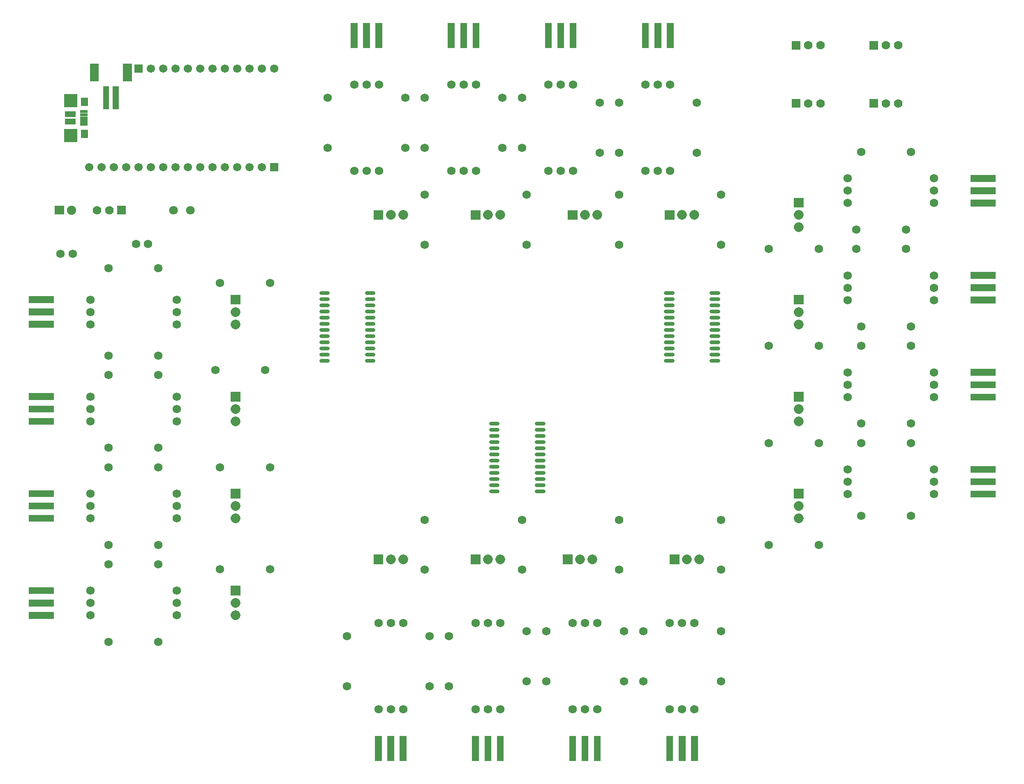
<source format=gts>
G04 Layer: TopSolderMaskLayer*
G04 EasyEDA v6.4.17, 2021-03-30T17:38:57--4:00*
G04 bfce05913f904539a0b1be1992e61c7c,10*
G04 Gerber Generator version 0.2*
G04 Scale: 100 percent, Rotated: No, Reflected: No *
G04 Dimensions in millimeters *
G04 leading zeros omitted , absolute positions ,4 integer and 5 decimal *
%FSLAX45Y45*%
%MOMM*%

%ADD38C,2.0032*%
%ADD39C,0.8032*%
%ADD46C,1.7018*%
%ADD51C,1.7272*%
%ADD53C,1.9032*%
%ADD54C,1.7780*%
%ADD56C,1.8032*%

%LPD*%
D38*
X-1245996Y-11500002D02*
G01*
X-1245996Y-11500002D01*
X-1499996Y-11500002D02*
G01*
X-1499996Y-11500002D01*
X-5245988Y-11500002D02*
G01*
X-5245988Y-11500002D01*
X-5499988Y-11500002D02*
G01*
X-5499988Y-11500002D01*
X-3245993Y-11500002D02*
G01*
X-3245993Y-11500002D01*
X-3499993Y-11500002D02*
G01*
X-3499993Y-11500002D01*
X-3245993Y-18599988D02*
G01*
X-3245993Y-18599988D01*
X-3499993Y-18599988D02*
G01*
X-3499993Y-18599988D01*
X753998Y-11500002D02*
G01*
X753998Y-11500002D01*
X499998Y-11500002D02*
G01*
X499998Y-11500002D01*
X-8700008Y-17753990D02*
G01*
X-8700008Y-17753990D01*
X-8700008Y-17499990D02*
G01*
X-8700008Y-17499990D01*
X2899994Y-17753990D02*
G01*
X2899994Y-17753990D01*
X2899994Y-17499990D02*
G01*
X2899994Y-17499990D01*
X-8700008Y-13753998D02*
G01*
X-8700008Y-13753998D01*
X-8700008Y-13499998D02*
G01*
X-8700008Y-13499998D01*
X853998Y-18599988D02*
G01*
X853998Y-18599988D01*
X599998Y-18599988D02*
G01*
X599998Y-18599988D01*
X-5245988Y-18599988D02*
G01*
X-5245988Y-18599988D01*
X-5499988Y-18599988D02*
G01*
X-5499988Y-18599988D01*
X2900019Y-13753998D02*
G01*
X2900019Y-13753998D01*
X2900019Y-13499998D02*
G01*
X2900019Y-13499998D01*
X-8699931Y-19753910D02*
G01*
X-8699931Y-19753910D01*
X-8699931Y-19499910D02*
G01*
X-8699931Y-19499910D01*
X-1345996Y-18599988D02*
G01*
X-1345996Y-18599988D01*
X-1599996Y-18599988D02*
G01*
X-1599996Y-18599988D01*
X2899994Y-15753994D02*
G01*
X2899994Y-15753994D01*
X2899994Y-15499994D02*
G01*
X2899994Y-15499994D01*
X2900019Y-11754002D02*
G01*
X2900019Y-11754002D01*
X2900019Y-11500002D02*
G01*
X2900019Y-11500002D01*
X-8699931Y-15753918D02*
G01*
X-8699931Y-15753918D01*
X-8699931Y-15499918D02*
G01*
X-8699931Y-15499918D01*
D39*
X1240000Y-13101497D02*
G01*
X1100000Y-13101497D01*
X1240000Y-13228497D02*
G01*
X1100000Y-13228497D01*
X1240000Y-13355497D02*
G01*
X1100000Y-13355497D01*
X1240000Y-13482497D02*
G01*
X1100000Y-13482497D01*
X1240000Y-13609497D02*
G01*
X1100000Y-13609497D01*
X1240000Y-13736497D02*
G01*
X1100000Y-13736497D01*
X1240000Y-13863497D02*
G01*
X1100000Y-13863497D01*
X1240000Y-13990497D02*
G01*
X1100000Y-13990497D01*
X1240000Y-14117497D02*
G01*
X1100000Y-14117497D01*
X1240000Y-14244497D02*
G01*
X1100000Y-14244497D01*
X1240000Y-14371497D02*
G01*
X1100000Y-14371497D01*
X1240000Y-14498497D02*
G01*
X1100000Y-14498497D01*
X299996Y-14498497D02*
G01*
X159997Y-14498497D01*
X299996Y-14371497D02*
G01*
X159997Y-14371497D01*
X299996Y-14244497D02*
G01*
X159997Y-14244497D01*
X299996Y-14117497D02*
G01*
X159997Y-14117497D01*
X299996Y-13990497D02*
G01*
X159997Y-13990497D01*
X299996Y-13863497D02*
G01*
X159997Y-13863497D01*
X299996Y-13736497D02*
G01*
X159997Y-13736497D01*
X299996Y-13609497D02*
G01*
X159997Y-13609497D01*
X299996Y-13482497D02*
G01*
X159997Y-13482497D01*
X299996Y-13355497D02*
G01*
X159997Y-13355497D01*
X299996Y-13228497D02*
G01*
X159997Y-13228497D01*
X299996Y-13101497D02*
G01*
X159997Y-13101497D01*
X-5859985Y-13101497D02*
G01*
X-5999985Y-13101497D01*
X-5859985Y-13228497D02*
G01*
X-5999985Y-13228497D01*
X-5859985Y-13355497D02*
G01*
X-5999985Y-13355497D01*
X-5859985Y-13482497D02*
G01*
X-5999985Y-13482497D01*
X-5859985Y-13609497D02*
G01*
X-5999985Y-13609497D01*
X-5859985Y-13736497D02*
G01*
X-5999985Y-13736497D01*
X-5859985Y-13863497D02*
G01*
X-5999985Y-13863497D01*
X-5859985Y-13990497D02*
G01*
X-5999985Y-13990497D01*
X-5859985Y-14117497D02*
G01*
X-5999985Y-14117497D01*
X-5859985Y-14244497D02*
G01*
X-5999985Y-14244497D01*
X-5859985Y-14371497D02*
G01*
X-5999985Y-14371497D01*
X-5859985Y-14498497D02*
G01*
X-5999985Y-14498497D01*
X-6799988Y-14498497D02*
G01*
X-6939988Y-14498497D01*
X-6799988Y-14371497D02*
G01*
X-6939988Y-14371497D01*
X-6799988Y-14244497D02*
G01*
X-6939988Y-14244497D01*
X-6799988Y-14117497D02*
G01*
X-6939988Y-14117497D01*
X-6799988Y-13990497D02*
G01*
X-6939988Y-13990497D01*
X-6799988Y-13863497D02*
G01*
X-6939988Y-13863497D01*
X-6799988Y-13736497D02*
G01*
X-6939988Y-13736497D01*
X-6799988Y-13609497D02*
G01*
X-6939988Y-13609497D01*
X-6799988Y-13482497D02*
G01*
X-6939988Y-13482497D01*
X-6799988Y-13355497D02*
G01*
X-6939988Y-13355497D01*
X-6799988Y-13228497D02*
G01*
X-6939988Y-13228497D01*
X-6799988Y-13101497D02*
G01*
X-6939988Y-13101497D01*
X-2359992Y-15801492D02*
G01*
X-2499992Y-15801492D01*
X-2359992Y-15928492D02*
G01*
X-2499992Y-15928492D01*
X-2359992Y-16055492D02*
G01*
X-2499992Y-16055492D01*
X-2359992Y-16182492D02*
G01*
X-2499992Y-16182492D01*
X-2359992Y-16309492D02*
G01*
X-2499992Y-16309492D01*
X-2359992Y-16436492D02*
G01*
X-2499992Y-16436492D01*
X-2359992Y-16563492D02*
G01*
X-2499992Y-16563492D01*
X-2359992Y-16690492D02*
G01*
X-2499992Y-16690492D01*
X-2359992Y-16817492D02*
G01*
X-2499992Y-16817492D01*
X-2359992Y-16944492D02*
G01*
X-2499992Y-16944492D01*
X-2359992Y-17071492D02*
G01*
X-2499992Y-17071492D01*
X-2359992Y-17198492D02*
G01*
X-2499992Y-17198492D01*
X-3299995Y-17198492D02*
G01*
X-3439995Y-17198492D01*
X-3299995Y-17071492D02*
G01*
X-3439995Y-17071492D01*
X-3299995Y-16944492D02*
G01*
X-3439995Y-16944492D01*
X-3299995Y-16817492D02*
G01*
X-3439995Y-16817492D01*
X-3299995Y-16690492D02*
G01*
X-3439995Y-16690492D01*
X-3299995Y-16563492D02*
G01*
X-3439995Y-16563492D01*
X-3299995Y-16436492D02*
G01*
X-3439995Y-16436492D01*
X-3299995Y-16309492D02*
G01*
X-3439995Y-16309492D01*
X-3299995Y-16182492D02*
G01*
X-3439995Y-16182492D01*
X-3299995Y-16055492D02*
G01*
X-3439995Y-16055492D01*
X-3299995Y-15928492D02*
G01*
X-3439995Y-15928492D01*
X-3299995Y-15801492D02*
G01*
X-3439995Y-15801492D01*
G36*
X-1854200Y-11600179D02*
G01*
X-1854200Y-11399774D01*
X-1653794Y-11399774D01*
X-1653794Y-11600179D01*
G37*
G36*
X-5854192Y-11600179D02*
G01*
X-5854192Y-11399774D01*
X-5653786Y-11399774D01*
X-5653786Y-11600179D01*
G37*
G36*
X-3854195Y-11600179D02*
G01*
X-3854195Y-11399774D01*
X-3653789Y-11399774D01*
X-3653789Y-11600179D01*
G37*
G36*
X-3854195Y-18700241D02*
G01*
X-3854195Y-18499836D01*
X-3653789Y-18499836D01*
X-3653789Y-18700241D01*
G37*
G36*
X145795Y-11600179D02*
G01*
X145795Y-11399774D01*
X346202Y-11399774D01*
X346202Y-11600179D01*
G37*
G36*
X-8800084Y-17346168D02*
G01*
X-8800084Y-17145761D01*
X-8599931Y-17145761D01*
X-8599931Y-17346168D01*
G37*
G36*
X-11898884Y-9400539D02*
G01*
X-11898884Y-9340342D01*
X-11743689Y-9340342D01*
X-11743689Y-9400539D01*
G37*
G36*
X-11898884Y-9464039D02*
G01*
X-11898884Y-9403842D01*
X-11743689Y-9403842D01*
X-11743689Y-9464039D01*
G37*
G36*
X-11898884Y-9530079D02*
G01*
X-11898884Y-9469881D01*
X-11743689Y-9469881D01*
X-11743689Y-9530079D01*
G37*
G36*
X-11898884Y-9596120D02*
G01*
X-11898884Y-9535921D01*
X-11743689Y-9535921D01*
X-11743689Y-9596120D01*
G37*
G36*
X-11898884Y-9659620D02*
G01*
X-11898884Y-9599421D01*
X-11743689Y-9599421D01*
X-11743689Y-9659620D01*
G37*
G36*
X-12210542Y-9484105D02*
G01*
X-12210542Y-9363710D01*
X-11990578Y-9363710D01*
X-11990578Y-9484105D01*
G37*
G36*
X-12210542Y-9636505D02*
G01*
X-12210542Y-9516110D01*
X-11990578Y-9516110D01*
X-11990578Y-9636505D01*
G37*
G36*
X-11424158Y-9323578D02*
G01*
X-11424158Y-8843263D01*
X-11303762Y-8843263D01*
X-11303762Y-9323578D01*
G37*
G36*
X-11226037Y-9323578D02*
G01*
X-11226037Y-8843263D01*
X-11105642Y-8843263D01*
X-11105642Y-9323578D01*
G37*
G36*
X-11695429Y-8742934D02*
G01*
X-11695429Y-8382508D01*
X-11515089Y-8382508D01*
X-11515089Y-8742934D01*
G37*
G36*
X-11014710Y-8742934D02*
G01*
X-11014710Y-8382508D01*
X-10834370Y-8382508D01*
X-10834370Y-8742934D01*
G37*
G36*
X-7984489Y-10601197D02*
G01*
X-7984489Y-10431018D01*
X-7814310Y-10431018D01*
X-7814310Y-10601197D01*
G37*
D46*
G01*
X-8153450Y-10516006D03*
G01*
X-8407450Y-10516006D03*
G01*
X-8661450Y-10516006D03*
G01*
X-8915450Y-10516006D03*
G01*
X-9169450Y-10516006D03*
G01*
X-9423450Y-10516006D03*
G01*
X-9677450Y-10516006D03*
G01*
X-9931450Y-10516006D03*
G01*
X-10185450Y-10516006D03*
G01*
X-10439450Y-10516006D03*
G01*
X-10693450Y-10516006D03*
G01*
X-10947450Y-10516006D03*
G01*
X-11201450Y-10516006D03*
G01*
X-11455450Y-10516006D03*
G01*
X-11709450Y-10516006D03*
G01*
X-7899450Y-8484006D03*
G01*
X-8153450Y-8484006D03*
G01*
X-8407450Y-8484006D03*
G01*
X-8661450Y-8484006D03*
G01*
X-8915450Y-8484006D03*
G01*
X-9169450Y-8484006D03*
G01*
X-9423450Y-8484006D03*
G01*
X-9677450Y-8484006D03*
G01*
X-9931450Y-8484006D03*
G01*
X-10185450Y-8484006D03*
G01*
X-10439450Y-8484006D03*
G36*
X-10778489Y-8569197D02*
G01*
X-10778489Y-8399018D01*
X-10608310Y-8399018D01*
X-10608310Y-8569197D01*
G37*
G36*
X-12225528Y-9995915D02*
G01*
X-12225528Y-9725660D01*
X-11955271Y-9725660D01*
X-11955271Y-9995915D01*
G37*
G36*
X-12225528Y-9274555D02*
G01*
X-12225528Y-9004300D01*
X-11955271Y-9004300D01*
X-11955271Y-9274555D01*
G37*
G36*
X-11881104Y-9251950D02*
G01*
X-11881104Y-9087612D01*
X-11740895Y-9087612D01*
X-11740895Y-9251950D01*
G37*
G36*
X-11881104Y-9912350D02*
G01*
X-11881104Y-9748012D01*
X-11740895Y-9748012D01*
X-11740895Y-9912350D01*
G37*
G36*
X-5825236Y-22760177D02*
G01*
X-5825236Y-22239731D01*
X-5684773Y-22239731D01*
X-5684773Y-22760177D01*
G37*
G36*
X-5315204Y-22760177D02*
G01*
X-5315204Y-22239731D01*
X-5174742Y-22239731D01*
X-5174742Y-22760177D01*
G37*
G36*
X-5570220Y-22760177D02*
G01*
X-5570220Y-22239731D01*
X-5429757Y-22239731D01*
X-5429757Y-22760177D01*
G37*
G36*
X-3815079Y-8060181D02*
G01*
X-3815079Y-7539736D01*
X-3674871Y-7539736D01*
X-3674871Y-8060181D01*
G37*
G36*
X-4325112Y-8060181D02*
G01*
X-4325112Y-7539736D01*
X-4184904Y-7539736D01*
X-4184904Y-8060181D01*
G37*
G36*
X-4070095Y-8060181D02*
G01*
X-4070095Y-7539736D01*
X-3929887Y-7539736D01*
X-3929887Y-8060181D01*
G37*
G36*
X-5815076Y-8060181D02*
G01*
X-5815076Y-7539736D01*
X-5674868Y-7539736D01*
X-5674868Y-8060181D01*
G37*
G36*
X-6325107Y-8060181D02*
G01*
X-6325107Y-7539736D01*
X-6184900Y-7539736D01*
X-6184900Y-8060181D01*
G37*
G36*
X-6070092Y-8060181D02*
G01*
X-6070092Y-7539736D01*
X-5929884Y-7539736D01*
X-5929884Y-8060181D01*
G37*
G36*
X6439915Y-17325086D02*
G01*
X6439915Y-17184877D01*
X6960108Y-17184877D01*
X6960108Y-17325086D01*
G37*
G36*
X6439915Y-16815054D02*
G01*
X6439915Y-16674845D01*
X6960108Y-16674845D01*
X6960108Y-16815054D01*
G37*
G36*
X6439915Y-17070070D02*
G01*
X6439915Y-16929862D01*
X6960108Y-16929862D01*
X6960108Y-17070070D01*
G37*
G36*
X6439915Y-15325089D02*
G01*
X6439915Y-15184881D01*
X6960108Y-15184881D01*
X6960108Y-15325089D01*
G37*
G36*
X6439915Y-14815057D02*
G01*
X6439915Y-14674850D01*
X6960108Y-14674850D01*
X6960108Y-14815057D01*
G37*
G36*
X6439915Y-15070074D02*
G01*
X6439915Y-14929866D01*
X6960108Y-14929866D01*
X6960108Y-15070074D01*
G37*
G36*
X6439915Y-13325094D02*
G01*
X6439915Y-13184886D01*
X6960108Y-13184886D01*
X6960108Y-13325094D01*
G37*
G36*
X6439915Y-12815062D02*
G01*
X6439915Y-12674854D01*
X6960108Y-12674854D01*
X6960108Y-12815062D01*
G37*
G36*
X6439915Y-13070078D02*
G01*
X6439915Y-12929870D01*
X6960108Y-12929870D01*
X6960108Y-13070078D01*
G37*
G36*
X6439915Y-11325097D02*
G01*
X6439915Y-11184889D01*
X6960108Y-11184889D01*
X6960108Y-11325097D01*
G37*
G36*
X6439915Y-10815065D02*
G01*
X6439915Y-10674858D01*
X6960108Y-10674858D01*
X6960108Y-10815065D01*
G37*
G36*
X6439915Y-11070081D02*
G01*
X6439915Y-10929874D01*
X6960108Y-10929874D01*
X6960108Y-11070081D01*
G37*
G36*
X-1815084Y-8060181D02*
G01*
X-1815084Y-7539736D01*
X-1674876Y-7539736D01*
X-1674876Y-8060181D01*
G37*
G36*
X-2325115Y-8060181D02*
G01*
X-2325115Y-7539736D01*
X-2184907Y-7539736D01*
X-2184907Y-8060181D01*
G37*
G36*
X-2070100Y-8060181D02*
G01*
X-2070100Y-7539736D01*
X-1929892Y-7539736D01*
X-1929892Y-8060181D01*
G37*
G36*
X2799841Y-17346168D02*
G01*
X2799841Y-17145761D01*
X3000247Y-17145761D01*
X3000247Y-17346168D01*
G37*
G36*
X-8800084Y-13346176D02*
G01*
X-8800084Y-13145770D01*
X-8599931Y-13145770D01*
X-8599931Y-13346176D01*
G37*
G36*
X245871Y-18700241D02*
G01*
X245871Y-18499836D01*
X446278Y-18499836D01*
X446278Y-18700241D01*
G37*
G36*
X-5854192Y-18700241D02*
G01*
X-5854192Y-18499836D01*
X-5653786Y-18499836D01*
X-5653786Y-18700241D01*
G37*
G36*
X2799841Y-13346176D02*
G01*
X2799841Y-13145770D01*
X3000247Y-13145770D01*
X3000247Y-13346176D01*
G37*
G36*
X-8800084Y-19346163D02*
G01*
X-8800084Y-19145758D01*
X-8599678Y-19145758D01*
X-8599678Y-19346163D01*
G37*
G36*
X-1954276Y-18700241D02*
G01*
X-1954276Y-18499836D01*
X-1753870Y-18499836D01*
X-1753870Y-18700241D01*
G37*
G36*
X2799841Y-15346171D02*
G01*
X2799841Y-15145766D01*
X3000247Y-15145766D01*
X3000247Y-15346171D01*
G37*
G36*
X2799841Y-11346179D02*
G01*
X2799841Y-11145774D01*
X3000247Y-11145774D01*
X3000247Y-11346179D01*
G37*
G36*
X-8800084Y-15346171D02*
G01*
X-8800084Y-15145766D01*
X-8599678Y-15145766D01*
X-8599678Y-15346171D01*
G37*
D51*
G01*
X-11689003Y-19246011D03*
G01*
X-11689003Y-19500011D03*
G01*
X-11689003Y-19754011D03*
G01*
X-9911003Y-19246011D03*
G01*
X-9911003Y-19500011D03*
G01*
X-9911003Y-19754011D03*
G01*
X-11689003Y-15245994D03*
G01*
X-11689003Y-15499994D03*
G01*
X-11689003Y-15753994D03*
G01*
X-9911003Y-15245994D03*
G01*
X-9911003Y-15499994D03*
G01*
X-9911003Y-15753994D03*
G01*
X-5754115Y-21689059D03*
G01*
X-5500115Y-21689059D03*
G01*
X-5246115Y-21689059D03*
G01*
X-5754115Y-19911059D03*
G01*
X-5500115Y-19911059D03*
G01*
X-5246115Y-19911059D03*
G01*
X254000Y-8811005D03*
G01*
X0Y-8811005D03*
G01*
X-254000Y-8811005D03*
G01*
X254000Y-10589005D03*
G01*
X0Y-10589005D03*
G01*
X-254000Y-10589005D03*
G01*
X-11689079Y-17246091D03*
G01*
X-11689079Y-17500091D03*
G01*
X-11689079Y-17754091D03*
G01*
X-9911079Y-17246091D03*
G01*
X-9911079Y-17500091D03*
G01*
X-9911079Y-17754091D03*
G01*
X-3754120Y-21689059D03*
G01*
X-3500120Y-21689059D03*
G01*
X-3246120Y-21689059D03*
G01*
X-3754120Y-19911059D03*
G01*
X-3500120Y-19911059D03*
G01*
X-3246120Y-19911059D03*
G01*
X-1754123Y-21689059D03*
G01*
X-1500123Y-21689059D03*
G01*
X-1246123Y-21689059D03*
G01*
X-1754123Y-19911059D03*
G01*
X-1500123Y-19911059D03*
G01*
X-1246123Y-19911059D03*
G01*
X5689091Y-17253966D03*
G01*
X5689091Y-16999966D03*
G01*
X5689091Y-16745966D03*
G01*
X3911091Y-17253966D03*
G01*
X3911091Y-16999966D03*
G01*
X3911091Y-16745966D03*
G01*
X-1745995Y-8811005D03*
G01*
X-1999995Y-8811005D03*
G01*
X-2253995Y-8811005D03*
G01*
X-1745995Y-10589005D03*
G01*
X-1999995Y-10589005D03*
G01*
X-2253995Y-10589005D03*
G01*
X5689091Y-11253978D03*
G01*
X5689091Y-10999978D03*
G01*
X5689091Y-10745978D03*
G01*
X3911091Y-11253978D03*
G01*
X3911091Y-10999978D03*
G01*
X3911091Y-10745978D03*
G01*
X5689091Y-15253970D03*
G01*
X5689091Y-14999970D03*
G01*
X5689091Y-14745970D03*
G01*
X3911091Y-15253970D03*
G01*
X3911091Y-14999970D03*
G01*
X3911091Y-14745970D03*
G01*
X-11689079Y-13246100D03*
G01*
X-11689079Y-13500100D03*
G01*
X-11689079Y-13754100D03*
G01*
X-9911079Y-13246100D03*
G01*
X-9911079Y-13500100D03*
G01*
X-9911079Y-13754100D03*
G01*
X5689091Y-13253974D03*
G01*
X5689091Y-12999974D03*
G01*
X5689091Y-12745974D03*
G01*
X3911091Y-13253974D03*
G01*
X3911091Y-12999974D03*
G01*
X3911091Y-12745974D03*
G01*
X-5745987Y-8811005D03*
G01*
X-5999987Y-8811005D03*
G01*
X-6253987Y-8811005D03*
G01*
X-5745987Y-10589005D03*
G01*
X-5999987Y-10589005D03*
G01*
X-6253987Y-10589005D03*
G01*
X-3745992Y-8811005D03*
G01*
X-3999992Y-8811005D03*
G01*
X-4253992Y-8811005D03*
G01*
X-3745992Y-10589005D03*
G01*
X-3999992Y-10589005D03*
G01*
X-4253992Y-10589005D03*
G01*
X246126Y-21689059D03*
G01*
X500126Y-21689059D03*
G01*
X754126Y-21689059D03*
G01*
X246126Y-19911059D03*
G01*
X500126Y-19911059D03*
G01*
X754126Y-19911059D03*
G36*
X184912Y-8060181D02*
G01*
X184912Y-7539989D01*
X325120Y-7539989D01*
X325120Y-8060181D01*
G37*
G36*
X-325120Y-8060181D02*
G01*
X-325120Y-7539989D01*
X-184912Y-7539989D01*
X-184912Y-8060181D01*
G37*
G36*
X-70104Y-8060181D02*
G01*
X-70104Y-7539989D01*
X70104Y-7539989D01*
X70104Y-8060181D01*
G37*
G36*
X-3825239Y-22760177D02*
G01*
X-3825239Y-22239986D01*
X-3685031Y-22239986D01*
X-3685031Y-22760177D01*
G37*
G36*
X-3315207Y-22760177D02*
G01*
X-3315207Y-22239986D01*
X-3175000Y-22239986D01*
X-3175000Y-22760177D01*
G37*
G36*
X-3570223Y-22760177D02*
G01*
X-3570223Y-22239986D01*
X-3430015Y-22239986D01*
X-3430015Y-22760177D01*
G37*
G36*
X-1825244Y-22760177D02*
G01*
X-1825244Y-22239986D01*
X-1685036Y-22239986D01*
X-1685036Y-22760177D01*
G37*
G36*
X-1315212Y-22760177D02*
G01*
X-1315212Y-22239986D01*
X-1175004Y-22239986D01*
X-1175004Y-22760177D01*
G37*
G36*
X-1570228Y-22760177D02*
G01*
X-1570228Y-22239986D01*
X-1430020Y-22239986D01*
X-1430020Y-22760177D01*
G37*
G36*
X174752Y-22760177D02*
G01*
X174752Y-22239731D01*
X315213Y-22239731D01*
X315213Y-22760177D01*
G37*
G36*
X684784Y-22760177D02*
G01*
X684784Y-22239731D01*
X825245Y-22239731D01*
X825245Y-22760177D01*
G37*
G36*
X429768Y-22760177D02*
G01*
X429768Y-22239731D01*
X570229Y-22239731D01*
X570229Y-22760177D01*
G37*
G36*
X-12960095Y-19315175D02*
G01*
X-12960095Y-19174968D01*
X-12439650Y-19174968D01*
X-12439650Y-19315175D01*
G37*
G36*
X-12960095Y-19825208D02*
G01*
X-12960095Y-19684745D01*
X-12439650Y-19684745D01*
X-12439650Y-19825208D01*
G37*
G36*
X-12960095Y-19570191D02*
G01*
X-12960095Y-19429984D01*
X-12439650Y-19429984D01*
X-12439650Y-19570191D01*
G37*
G36*
X-12960095Y-17315179D02*
G01*
X-12960095Y-17174972D01*
X-12439904Y-17174972D01*
X-12439904Y-17315179D01*
G37*
G36*
X-12960095Y-17825211D02*
G01*
X-12960095Y-17685004D01*
X-12439904Y-17685004D01*
X-12439904Y-17825211D01*
G37*
G36*
X-12960095Y-17570195D02*
G01*
X-12960095Y-17429988D01*
X-12439904Y-17429988D01*
X-12439904Y-17570195D01*
G37*
G36*
X-12960095Y-15315184D02*
G01*
X-12960095Y-15174976D01*
X-12439650Y-15174976D01*
X-12439650Y-15315184D01*
G37*
G36*
X-12960095Y-15825216D02*
G01*
X-12960095Y-15684754D01*
X-12439650Y-15684754D01*
X-12439650Y-15825216D01*
G37*
G36*
X-12960095Y-15570200D02*
G01*
X-12960095Y-15429992D01*
X-12439650Y-15429992D01*
X-12439650Y-15570200D01*
G37*
G36*
X-12960095Y-13315187D02*
G01*
X-12960095Y-13174979D01*
X-12439904Y-13174979D01*
X-12439904Y-13315187D01*
G37*
G36*
X-12960095Y-13825220D02*
G01*
X-12960095Y-13685012D01*
X-12439904Y-13685012D01*
X-12439904Y-13825220D01*
G37*
G36*
X-12960095Y-13570204D02*
G01*
X-12960095Y-13429995D01*
X-12439904Y-13429995D01*
X-12439904Y-13570204D01*
G37*
G01*
X-12050013Y-12300000D03*
G01*
X-12300000Y-12300000D03*
G01*
X-10749991Y-12100001D03*
G01*
X-10500004Y-12100001D03*
G36*
X-12422124Y-11488928D02*
G01*
X-12422124Y-11311128D01*
X-12231624Y-11311128D01*
X-12231624Y-11488928D01*
G37*
D53*
G01*
X-12072874Y-11400028D03*
D54*
G01*
X-11553952Y-11400028D03*
G01*
X-11299952Y-11400028D03*
G36*
X-11134852Y-11488928D02*
G01*
X-11134852Y-11311128D01*
X-10957052Y-11311128D01*
X-10957052Y-11488928D01*
G37*
G01*
X3354070Y-7999984D03*
G01*
X3100070Y-7999984D03*
G36*
X2757170Y-8088884D02*
G01*
X2757170Y-7911084D01*
X2934970Y-7911084D01*
X2934970Y-8088884D01*
G37*
G01*
X3354070Y-9199879D03*
G01*
X3100070Y-9199879D03*
G36*
X2757170Y-9288779D02*
G01*
X2757170Y-9110979D01*
X2934970Y-9110979D01*
X2934970Y-9288779D01*
G37*
G01*
X4954015Y-9199879D03*
G01*
X4700015Y-9199879D03*
G36*
X4357115Y-9288779D02*
G01*
X4357115Y-9110979D01*
X4534915Y-9110979D01*
X4534915Y-9288779D01*
G37*
G01*
X4954015Y-7999984D03*
G01*
X4700015Y-7999984D03*
G36*
X4357115Y-8088884D02*
G01*
X4357115Y-7911084D01*
X4534915Y-7911084D01*
X4534915Y-8088884D01*
G37*
D56*
G01*
X-9624999Y-11400002D03*
G01*
X-9975011Y-11400002D03*
D51*
G01*
X1299997Y-12115012D03*
G01*
X1299997Y-11084991D03*
G01*
X-799998Y-12115012D03*
G01*
X-799998Y-11084991D03*
G01*
X-2699994Y-11084991D03*
G01*
X-2699994Y-12115012D03*
G01*
X-4799990Y-11084991D03*
G01*
X-4799990Y-12115012D03*
G01*
X2284984Y-18300014D03*
G01*
X3315004Y-18300014D03*
G01*
X3315004Y-16199993D03*
G01*
X2284984Y-16199993D03*
G01*
X2284984Y-14199996D03*
G01*
X3315004Y-14199996D03*
G01*
X3315004Y-12200001D03*
G01*
X2284984Y-12200001D03*
G01*
X-4799990Y-18814999D03*
G01*
X-4799990Y-17785003D03*
G01*
X-2799994Y-18814999D03*
G01*
X-2799994Y-17785003D03*
G01*
X-799998Y-17785003D03*
G01*
X-799998Y-18814999D03*
G01*
X1299997Y-17785003D03*
G01*
X1299997Y-18814999D03*
G01*
X-9014942Y-18799911D03*
G01*
X-7984921Y-18799911D03*
G01*
X-9015018Y-16699992D03*
G01*
X-7984997Y-16699992D03*
G01*
X-9114942Y-14699919D03*
G01*
X-8084921Y-14699919D03*
G01*
X-9015018Y-12899999D03*
G01*
X-7984997Y-12899999D03*
G01*
X-11315090Y-12599924D03*
G01*
X-10285069Y-12599924D03*
G01*
X799998Y-9184995D03*
G01*
X799998Y-10215016D03*
G01*
X-799998Y-9184995D03*
G01*
X-799998Y-10215016D03*
G01*
X-1199997Y-9184995D03*
G01*
X-1199997Y-10215016D03*
G01*
X-2799994Y-9084995D03*
G01*
X-2799994Y-10115016D03*
G01*
X-3199993Y-9084995D03*
G01*
X-3199993Y-10115016D03*
G01*
X-4799990Y-9084995D03*
G01*
X-4799990Y-10115016D03*
G01*
X-5199989Y-9084995D03*
G01*
X-5199989Y-10115016D03*
G01*
X-6799986Y-9084995D03*
G01*
X-6799986Y-10115016D03*
G01*
X5215000Y-17699990D03*
G01*
X4184980Y-17699990D03*
G01*
X5215000Y-16199993D03*
G01*
X4184980Y-16199993D03*
G01*
X5215000Y-15799993D03*
G01*
X4184980Y-15799993D03*
G01*
X5215000Y-14199996D03*
G01*
X4184980Y-14199996D03*
G01*
X5215000Y-13799997D03*
G01*
X4184980Y-13799997D03*
G01*
X5115001Y-12200001D03*
G01*
X4084980Y-12200001D03*
G01*
X5115001Y-11800001D03*
G01*
X4084980Y-11800001D03*
G01*
X5215000Y-10200004D03*
G01*
X4184980Y-10200004D03*
G01*
X-6399987Y-21215019D03*
G01*
X-6399987Y-20184999D03*
G01*
X-4699990Y-21215019D03*
G01*
X-4699990Y-20184999D03*
G01*
X-4299991Y-21215019D03*
G01*
X-4299991Y-20184999D03*
G01*
X-2699994Y-21115020D03*
G01*
X-2699994Y-20084999D03*
G01*
X-2299995Y-21115020D03*
G01*
X-2299995Y-20084999D03*
G01*
X-699998Y-21115020D03*
G01*
X-699998Y-20084999D03*
G01*
X-299999Y-21115020D03*
G01*
X-299999Y-20084999D03*
G01*
X1299997Y-21115020D03*
G01*
X1299997Y-20084999D03*
G01*
X-11315014Y-20300010D03*
G01*
X-10284993Y-20300010D03*
G01*
X-11315014Y-18700013D03*
G01*
X-10284993Y-18700013D03*
G01*
X-11315014Y-18300014D03*
G01*
X-10284993Y-18300014D03*
G01*
X-11315014Y-16699992D03*
G01*
X-10284993Y-16699992D03*
G01*
X-11315014Y-16299992D03*
G01*
X-10284993Y-16299992D03*
G01*
X-11315014Y-14799995D03*
G01*
X-10284993Y-14799995D03*
G01*
X-11315090Y-14400021D03*
G01*
X-10285069Y-14400021D03*
M02*

</source>
